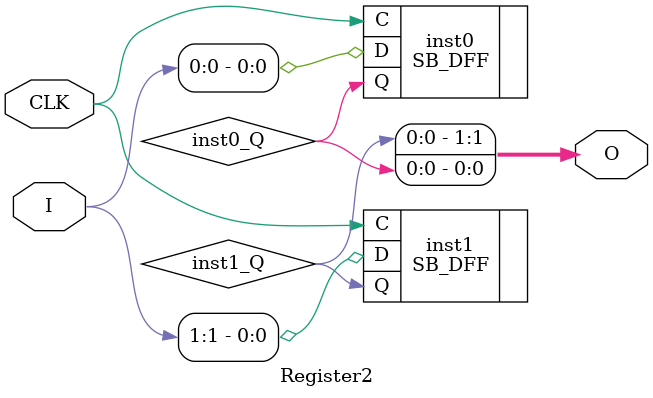
<source format=v>
module Register2 (input [1:0] I, output [1:0] O, input  CLK);
wire  inst0_Q;
wire  inst1_Q;
SB_DFF inst0 (.C(CLK), .D(I[0]), .Q(inst0_Q));
SB_DFF inst1 (.C(CLK), .D(I[1]), .Q(inst1_Q));
assign O = {inst1_Q,inst0_Q};
endmodule


</source>
